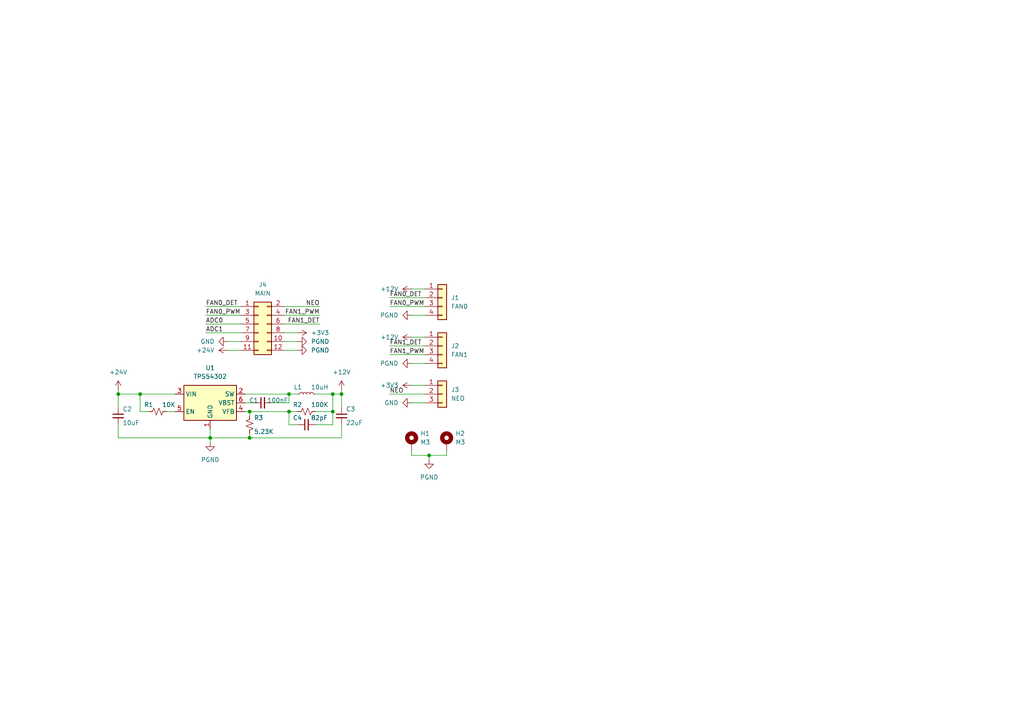
<source format=kicad_sch>
(kicad_sch (version 20231120) (generator "eeschema") (generator_version "8.0")
  (paper "A4")
  (lib_symbols
    (symbol "Connector_Generic:Conn_01x03" (pin_names (offset 1.016) hide)
      (property "Reference" "J" (at 0 5.08 0))
      (property "Value" "Conn_01x03" (at 0 -5.08 0))
      (symbol "Conn_01x03_1_1"
        (rectangle (start -1.27 -2.413) (end 0 -2.667) (stroke (width 0.1524)))
        (rectangle (start -1.27 0.127) (end 0 -0.127) (stroke (width 0.1524)))
        (rectangle (start -1.27 2.667) (end 0 2.413) (stroke (width 0.1524)))
        (rectangle (start -1.27 3.81) (end 1.27 -3.81) (stroke (width 0.254)) (fill (type background)))
        (pin passive line (at -5.08 2.54 0) (length 3.81) (name "Pin_1") (number "1"))
        (pin passive line (at -5.08 0 0) (length 3.81) (name "Pin_2") (number "2"))
        (pin passive line (at -5.08 -2.54 0) (length 3.81) (name "Pin_3") (number "3"))
      )
    )
    (symbol "Connector_Generic:Conn_01x04" (pin_names (offset 1.016) hide)
      (property "Reference" "J" (at 0 5.08 0))
      (property "Value" "Conn_01x04" (at 0 -7.62 0))
      (symbol "Conn_01x04_1_1"
        (rectangle (start -1.27 -4.953) (end 0 -5.207) (stroke (width 0.1524)))
        (rectangle (start -1.27 -2.413) (end 0 -2.667) (stroke (width 0.1524)))
        (rectangle (start -1.27 0.127) (end 0 -0.127) (stroke (width 0.1524)))
        (rectangle (start -1.27 2.667) (end 0 2.413) (stroke (width 0.1524)))
        (rectangle (start -1.27 3.81) (end 1.27 -6.35) (stroke (width 0.254)) (fill (type background)))
        (pin passive line (at -5.08 2.54 0) (length 3.81) (name "Pin_1") (number "1"))
        (pin passive line (at -5.08 0 0) (length 3.81) (name "Pin_2") (number "2"))
        (pin passive line (at -5.08 -2.54 0) (length 3.81) (name "Pin_3") (number "3"))
        (pin passive line (at -5.08 -5.08 0) (length 3.81) (name "Pin_4") (number "4"))
      )
    )
    (symbol "Connector_Generic:Conn_02x06_Odd_Even" (pin_names (offset 1.016) hide)
      (property "Reference" "J" (at 1.27 7.62 0))
      (property "Value" "Conn_02x06_Odd_Even" (at 1.27 -10.16 0))
      (symbol "Conn_02x06_Odd_Even_1_1"
        (rectangle (start -1.27 -7.493) (end 0 -7.747) (stroke (width 0.1524)))
        (rectangle (start -1.27 -4.953) (end 0 -5.207) (stroke (width 0.1524)))
        (rectangle (start -1.27 -2.413) (end 0 -2.667) (stroke (width 0.1524)))
        (rectangle (start -1.27 0.127) (end 0 -0.127) (stroke (width 0.1524)))
        (rectangle (start -1.27 2.667) (end 0 2.413) (stroke (width 0.1524)))
        (rectangle (start -1.27 5.207) (end 0 4.953) (stroke (width 0.1524)))
        (rectangle (start -1.27 6.35) (end 3.81 -8.89) (stroke (width 0.254)) (fill (type background)))
        (rectangle (start 3.81 -7.493) (end 2.54 -7.747) (stroke (width 0.1524)))
        (rectangle (start 3.81 -4.953) (end 2.54 -5.207) (stroke (width 0.1524)))
        (rectangle (start 3.81 -2.413) (end 2.54 -2.667) (stroke (width 0.1524)))
        (rectangle (start 3.81 0.127) (end 2.54 -0.127) (stroke (width 0.1524)))
        (rectangle (start 3.81 2.667) (end 2.54 2.413) (stroke (width 0.1524)))
        (rectangle (start 3.81 5.207) (end 2.54 4.953) (stroke (width 0.1524)))
        (pin passive line (at -5.08 5.08 0) (length 3.81) (name "Pin_1") (number "1"))
        (pin passive line (at 7.62 -5.08 180) (length 3.81) (name "Pin_10") (number "10"))
        (pin passive line (at -5.08 -7.62 0) (length 3.81) (name "Pin_11") (number "11"))
        (pin passive line (at 7.62 -7.62 180) (length 3.81) (name "Pin_12") (number "12"))
        (pin passive line (at 7.62 5.08 180) (length 3.81) (name "Pin_2") (number "2"))
        (pin passive line (at -5.08 2.54 0) (length 3.81) (name "Pin_3") (number "3"))
        (pin passive line (at 7.62 2.54 180) (length 3.81) (name "Pin_4") (number "4"))
        (pin passive line (at -5.08 0 0) (length 3.81) (name "Pin_5") (number "5"))
        (pin passive line (at 7.62 0 180) (length 3.81) (name "Pin_6") (number "6"))
        (pin passive line (at -5.08 -2.54 0) (length 3.81) (name "Pin_7") (number "7"))
        (pin passive line (at 7.62 -2.54 180) (length 3.81) (name "Pin_8") (number "8"))
        (pin passive line (at -5.08 -5.08 0) (length 3.81) (name "Pin_9") (number "9"))
      )
    )
    (symbol "Device:C_Small" (pin_numbers hide) (pin_names (offset 0.254) hide)
      (property "Reference" "C" (at 0.254 1.778 0))
      (property "Value" "C_Small" (at 0.254 -2.032 0))
      (symbol "C_Small_0_1"
        (polyline (pts (xy -1.524 -0.508) (xy 1.524 -0.508)) (stroke (width 0.3302)))
        (polyline (pts (xy -1.524 0.508) (xy 1.524 0.508)) (stroke (width 0.3048)))
      )
      (symbol "C_Small_1_1"
        (pin passive line (at 0 2.54 270) (length 2.032) (name "~") (number "1"))
        (pin passive line (at 0 -2.54 90) (length 2.032) (name "~") (number "2"))
      )
    )
    (symbol "Device:L_Small" (pin_numbers hide) (pin_names (offset 0.254) hide)
      (property "Reference" "L" (at 0.762 1.016 0))
      (property "Value" "L_Small" (at 0.762 -1.016 0))
      (symbol "L_Small_0_1"
        (arc (start 0 -2.032) (mid 0.5058 -1.524) (end 0 -1.016))
        (arc (start 0 -1.016) (mid 0.5058 -0.508) (end 0 0))
        (arc (start 0 0) (mid 0.5058 0.508) (end 0 1.016))
        (arc (start 0 1.016) (mid 0.5058 1.524) (end 0 2.032))
      )
      (symbol "L_Small_1_1"
        (pin passive line (at 0 2.54 270) (length 0.508) (name "~") (number "1"))
        (pin passive line (at 0 -2.54 90) (length 0.508) (name "~") (number "2"))
      )
    )
    (symbol "Device:R_Small_US" (pin_numbers hide) (pin_names (offset 0.254) hide)
      (property "Reference" "R" (at 0.762 0.508 0))
      (property "Value" "R_Small_US" (at 0.762 -1.016 0))
      (symbol "R_Small_US_1_1"
        (polyline (pts (xy 0 0) (xy 1.016 -0.381) (xy 0 -0.762) (xy -1.016 -1.143) (xy 0 -1.524)))
        (polyline (pts (xy 0 1.524) (xy 1.016 1.143) (xy 0 0.762) (xy -1.016 0.381) (xy 0 0)))
        (pin passive line (at 0 2.54 270) (length 1.016) (name "~") (number "1"))
        (pin passive line (at 0 -2.54 90) (length 1.016) (name "~") (number "2"))
      )
    )
    (symbol "Mechanical:MountingHole_Pad" (pin_numbers hide) (pin_names (offset 1.016) hide) (exclude_from_sim yes) (in_bom no)
      (property "Reference" "H" (at 0 6.35 0))
      (property "Value" "MountingHole_Pad" (at 0 4.445 0))
      (symbol "MountingHole_Pad_0_1"
        (circle (center 0 1.27) (radius 1.27) (stroke (width 1.27)))
      )
      (symbol "MountingHole_Pad_1_1"
        (pin input line (at 0 -2.54 90) (length 2.54) (name "1") (number "1"))
      )
    )
    (symbol "Regulator_Switching:TPS565208"
      (property "Reference" "U" (at -7.62 6.35 0))
      (property "Value" "TPS565208" (at -2.54 6.35 0))
      (symbol "TPS565208_0_1"
        (rectangle (start -7.62 5.08) (end 7.62 -5.08) (stroke (width 0.254)) (fill (type background)))
      )
      (symbol "TPS565208_1_1"
        (pin power_in line (at 0 -7.62 90) (length 2.54) (name "GND") (number "1"))
        (pin output line (at 10.16 2.54 180) (length 2.54) (name "SW") (number "2"))
        (pin power_in line (at -10.16 2.54 0) (length 2.54) (name "VIN") (number "3"))
        (pin input line (at 10.16 -2.54 180) (length 2.54) (name "VFB") (number "4"))
        (pin input line (at -10.16 -2.54 0) (length 2.54) (name "EN") (number "5"))
        (pin passive line (at 10.16 0 180) (length 2.54) (name "VBST") (number "6"))
      )
    )
    (symbol "power:+12V" (power) (pin_numbers hide) (pin_names (offset 0) hide)
      (property "Value" "+12V" (at 0 3.556 0))
      (symbol "+12V_0_1"
        (polyline (pts (xy -0.762 1.27) (xy 0 2.54)))
        (polyline (pts (xy 0 0) (xy 0 2.54)))
        (polyline (pts (xy 0 2.54) (xy 0.762 1.27)))
      )
      (symbol "+12V_1_1"
        (pin power_in line (at 0 0 90) (length 0) (name "~") (number "1"))
      )
    )
    (symbol "power:+24V" (power) (pin_numbers hide) (pin_names (offset 0) hide)
      (property "Value" "+24V" (at 0 3.556 0))
      (symbol "+24V_0_1"
        (polyline (pts (xy -0.762 1.27) (xy 0 2.54)))
        (polyline (pts (xy 0 0) (xy 0 2.54)))
        (polyline (pts (xy 0 2.54) (xy 0.762 1.27)))
      )
      (symbol "+24V_1_1"
        (pin power_in line (at 0 0 90) (length 0) (name "~") (number "1"))
      )
    )
    (symbol "power:+3V3" (power) (pin_numbers hide) (pin_names (offset 0) hide)
      (property "Value" "+3V3" (at 0 3.556 0))
      (symbol "+3V3_0_1"
        (polyline (pts (xy -0.762 1.27) (xy 0 2.54)))
        (polyline (pts (xy 0 0) (xy 0 2.54)))
        (polyline (pts (xy 0 2.54) (xy 0.762 1.27)))
      )
      (symbol "+3V3_1_1"
        (pin power_in line (at 0 0 90) (length 0) (name "~") (number "1"))
      )
    )
    (symbol "power:GND" (power) (pin_numbers hide) (pin_names (offset 0) hide)
      (property "Value" "GND" (at 0 -3.81 0))
      (symbol "GND_0_1"
        (polyline (pts (xy 0 0) (xy 0 -1.27) (xy 1.27 -1.27) (xy 0 -2.54) (xy -1.27 -1.27) (xy 0 -1.27)))
      )
      (symbol "GND_1_1"
        (pin power_in line (at 0 0 270) (length 0) (name "~") (number "1"))
      )
    )
  )
  (junction (at 72.39 127))
  (junction (at 99.06 114.3))
  (junction (at 96.52 114.3))
  (junction (at 60.96 127))
  (junction (at 83.82 114.3))
  (junction (at 72.39 119.38))
  (junction (at 124.46 132.08))
  (junction (at 34.29 114.3))
  (junction (at 83.82 119.38))
  (junction (at 40.64 114.3))
  (junction (at 96.52 119.38))
  (wire (pts (xy 34.29 127) (xy 60.96 127)))
  (wire (pts (xy 82.55 96.52) (xy 86.36 96.52)))
  (wire (pts (xy 113.03 102.87) (xy 123.19 102.87)))
  (wire (pts (xy 99.06 114.3) (xy 99.06 118.11)))
  (wire (pts (xy 86.36 101.6) (xy 82.55 101.6)))
  (wire (pts (xy 113.03 88.9) (xy 123.19 88.9)))
  (wire (pts (xy 123.19 111.76) (xy 119.38 111.76)))
  (wire (pts (xy 60.96 127) (xy 60.96 128.27)))
  (wire (pts (xy 123.19 114.3) (xy 113.03 114.3)))
  (wire (pts (xy 119.38 91.44) (xy 123.19 91.44)))
  (wire (pts (xy 72.39 119.38) (xy 72.39 120.65)))
  (wire (pts (xy 72.39 119.38) (xy 83.82 119.38)))
  (wire (pts (xy 119.38 116.84) (xy 123.19 116.84)))
  (wire (pts (xy 59.69 91.44) (xy 69.85 91.44)))
  (wire (pts (xy 99.06 123.19) (xy 99.06 127)))
  (wire (pts (xy 92.71 93.98) (xy 82.55 93.98)))
  (wire (pts (xy 119.38 83.82) (xy 123.19 83.82)))
  (wire (pts (xy 34.29 114.3) (xy 34.29 118.11)))
  (wire (pts (xy 124.46 132.08) (xy 129.54 132.08)))
  (wire (pts (xy 69.85 96.52) (xy 59.69 96.52)))
  (wire (pts (xy 83.82 116.84) (xy 83.82 114.3)))
  (wire (pts (xy 73.66 116.84) (xy 71.12 116.84)))
  (wire (pts (xy 72.39 119.38) (xy 71.12 119.38)))
  (wire (pts (xy 119.38 105.41) (xy 123.19 105.41)))
  (wire (pts (xy 40.64 114.3) (xy 50.8 114.3)))
  (wire (pts (xy 86.36 99.06) (xy 82.55 99.06)))
  (wire (pts (xy 78.74 116.84) (xy 83.82 116.84)))
  (wire (pts (xy 34.29 114.3) (xy 40.64 114.3)))
  (wire (pts (xy 83.82 119.38) (xy 86.36 119.38)))
  (wire (pts (xy 99.06 113.03) (xy 99.06 114.3)))
  (wire (pts (xy 40.64 119.38) (xy 40.64 114.3)))
  (wire (pts (xy 82.55 88.9) (xy 92.71 88.9)))
  (wire (pts (xy 60.96 127) (xy 60.96 124.46)))
  (wire (pts (xy 34.29 123.19) (xy 34.29 127)))
  (wire (pts (xy 92.71 91.44) (xy 82.55 91.44)))
  (wire (pts (xy 91.44 114.3) (xy 96.52 114.3)))
  (wire (pts (xy 119.38 132.08) (xy 124.46 132.08)))
  (wire (pts (xy 66.04 101.6) (xy 69.85 101.6)))
  (wire (pts (xy 96.52 114.3) (xy 96.52 119.38)))
  (wire (pts (xy 124.46 132.08) (xy 124.46 133.35)))
  (wire (pts (xy 91.44 119.38) (xy 96.52 119.38)))
  (wire (pts (xy 96.52 123.19) (xy 96.52 119.38)))
  (wire (pts (xy 83.82 123.19) (xy 83.82 119.38)))
  (wire (pts (xy 123.19 86.36) (xy 113.03 86.36)))
  (wire (pts (xy 60.96 127) (xy 72.39 127)))
  (wire (pts (xy 59.69 93.98) (xy 69.85 93.98)))
  (wire (pts (xy 86.36 123.19) (xy 83.82 123.19)))
  (wire (pts (xy 69.85 88.9) (xy 59.69 88.9)))
  (wire (pts (xy 96.52 114.3) (xy 99.06 114.3)))
  (wire (pts (xy 34.29 113.03) (xy 34.29 114.3)))
  (wire (pts (xy 113.03 100.33) (xy 123.19 100.33)))
  (wire (pts (xy 71.12 114.3) (xy 83.82 114.3)))
  (wire (pts (xy 43.18 119.38) (xy 40.64 119.38)))
  (wire (pts (xy 91.44 123.19) (xy 96.52 123.19)))
  (wire (pts (xy 119.38 132.08) (xy 119.38 130.81)))
  (wire (pts (xy 66.04 99.06) (xy 69.85 99.06)))
  (wire (pts (xy 83.82 114.3) (xy 86.36 114.3)))
  (wire (pts (xy 99.06 127) (xy 72.39 127)))
  (wire (pts (xy 48.26 119.38) (xy 50.8 119.38)))
  (wire (pts (xy 119.38 97.79) (xy 123.19 97.79)))
  (wire (pts (xy 72.39 125.73) (xy 72.39 127)))
  (wire (pts (xy 129.54 132.08) (xy 129.54 130.81)))
  (label "ADC0" (at 59.69 93.98 0))
  (label "FAN1_PWM" (at 92.71 91.44 180))
  (label "FAN1_DET" (at 113.03 100.33 0))
  (label "FAN0_PWM" (at 113.03 88.9 0))
  (label "FAN0_PWM" (at 59.69 91.44 0))
  (label "NEO" (at 92.71 88.9 180))
  (label "FAN1_PWM" (at 113.03 102.87 0))
  (label "FAN1_DET" (at 92.71 93.98 180))
  (label "FAN0_DET" (at 113.03 86.36 0))
  (label "NEO" (at 113.03 114.3 0))
  (label "FAN0_DET" (at 59.69 88.9 0))
  (label "ADC1" (at 59.69 96.52 0))
  (symbol (lib_id "Mechanical:MountingHole_Pad") (at 129.54 128.27 0) (unit 1) (exclude_from_sim yes) (in_bom no)
    (property "Reference" "H2" (at 132.08 125.7299 0) (effects (justify left)))
    (property "Value" "M3" (at 132.08 128.2699 0) (effects (justify left)))
    (property "Footprint" "MountingHole:MountingHole_3.2mm_M3_ISO14580_Pad" (effects (hide yes)))
    (property "Description" "Mounting Hole with connection" (effects (hide yes)))
  )
  (symbol (lib_id "power:+12V") (at 99.06 113.03 0) (unit 1)
    (property "Reference" "#PWR012" (effects (hide yes)))
    (property "Value" "+12V" (at 99.06 107.95 0))
    (property "Description" "Power symbol creates a global label with name \"+12V\"" (effects (hide yes)))
  )
  (symbol (lib_id "power:+12V") (at 119.38 97.79 90) (unit 1)
    (property "Reference" "#PWR014" (effects (hide yes)))
    (property "Value" "+12V" (at 115.57 97.7899 90) (effects (justify left)))
    (property "Description" "Power symbol creates a global label with name \"+12V\"" (effects (hide yes)))
  )
  (symbol (lib_id "Device:C_Small") (at 99.06 120.65 0) (unit 1)
    (property "Reference" "C3" (at 100.33 119.38 0) (effects (justify left bottom)))
    (property "Value" "22uF" (at 100.33 121.92 0) (effects (justify left top)))
    (property "Footprint" "Capacitor_SMD:C_0805_2012Metric" (effects (hide yes)))
  )
  (symbol (lib_id "power:+3V3") (at 119.38 111.76 90) (unit 1)
    (property "Reference" "#PWR09" (effects (hide yes)))
    (property "Value" "+3V3" (at 115.57 111.7599 90) (effects (justify left)))
    (property "Description" "Power symbol creates a global label with name \"+3V3\"" (effects (hide yes)))
  )
  (symbol (lib_id "Device:C_Small") (at 76.2 116.84 90) (unit 1)
    (property "Reference" "C1" (at 74.93 116.84 90) (effects (justify left top)))
    (property "Value" "100nF" (at 77.47 116.84 90) (effects (justify right top)))
    (property "Footprint" "Capacitor_SMD:C_0603_1608Metric" (effects (hide yes)))
  )
  (symbol (lib_id "Mechanical:MountingHole_Pad") (at 119.38 128.27 0) (unit 1) (exclude_from_sim yes) (in_bom no)
    (property "Reference" "H1" (at 121.92 125.7299 0) (effects (justify left)))
    (property "Value" "M3" (at 121.92 128.2699 0) (effects (justify left)))
    (property "Footprint" "MountingHole:MountingHole_3.2mm_M3_ISO14580_Pad" (effects (hide yes)))
    (property "Description" "Mounting Hole with connection" (effects (hide yes)))
  )
  (symbol (lib_id "power:GND") (at 119.38 91.44 270) (mirror x) (unit 1)
    (property "Reference" "#PWR06" (effects (hide yes)))
    (property "Value" "PGND" (at 115.57 91.4399 90) (effects (justify right)))
    (property "Description" "Power symbol creates a global label with name \"GND\" , ground" (effects (hide yes)))
  )
  (symbol (lib_id "power:GND") (at 86.36 101.6 90) (mirror x) (unit 1)
    (property "Reference" "#PWR05" (effects (hide yes)))
    (property "Value" "PGND" (at 90.17 101.5999 90) (effects (justify right)))
    (property "Description" "Power symbol creates a global label with name \"GND\" , ground" (effects (hide yes)))
  )
  (symbol (lib_id "power:GND") (at 124.46 133.35 0) (mirror y) (unit 1)
    (property "Reference" "#PWR015" (effects (hide yes)))
    (property "Value" "PGND" (at 124.46 138.43 0))
    (property "Description" "Power symbol creates a global label with name \"GND\" , ground" (effects (hide yes)))
  )
  (symbol (lib_id "power:GND") (at 119.38 105.41 270) (mirror x) (unit 1)
    (property "Reference" "#PWR07" (effects (hide yes)))
    (property "Value" "PGND" (at 115.57 105.4099 90) (effects (justify right)))
    (property "Description" "Power symbol creates a global label with name \"GND\" , ground" (effects (hide yes)))
  )
  (symbol (lib_id "Device:R_Small_US") (at 88.9 119.38 90) (unit 1)
    (property "Reference" "R2" (at 87.63 118.11 90) (effects (justify left top)))
    (property "Value" "100K" (at 90.17 118.11 90) (effects (justify right top)))
    (property "Footprint" "Resistor_SMD:R_0603_1608Metric" (effects (hide yes)))
  )
  (symbol (lib_id "Connector_Generic:Conn_01x04") (at 128.27 86.36 0) (unit 1)
    (property "Reference" "J1" (at 130.81 86.3599 0) (effects (justify left)))
    (property "Value" "FAN0" (at 130.81 88.8999 0) (effects (justify left)))
    (property "Footprint" "Library:JST_PH_B4B-PH-K_1x04_P2.00mm_SMD" (effects (hide yes)))
    (property "Description" "Generic connector, single row, 01x04, script generated (kicad-library-utils/schlib/autogen/connector/)" (effects (hide yes)))
  )
  (symbol (lib_id "power:GND") (at 60.96 128.27 0) (unit 1)
    (property "Reference" "#PWR011" (effects (hide yes)))
    (property "Value" "PGND" (at 60.96 133.35 0))
    (property "Description" "Power symbol creates a global label with name \"GND\" , ground" (effects (hide yes)))
  )
  (symbol (lib_id "Device:C_Small") (at 34.29 120.65 0) (unit 1)
    (property "Reference" "C2" (at 35.56 119.38 0) (effects (justify left bottom)))
    (property "Value" "10uF" (at 35.56 121.92 0) (effects (justify left top)))
    (property "Footprint" "Capacitor_SMD:C_0805_2012Metric" (effects (hide yes)))
  )
  (symbol (lib_id "Device:R_Small_US") (at 72.39 123.19 0) (mirror y) (unit 1)
    (property "Reference" "R3" (at 73.66 121.92 0) (effects (justify right bottom)))
    (property "Value" "5.23K" (at 73.66 124.46 0) (effects (justify right top)))
    (property "Footprint" "Resistor_SMD:R_0603_1608Metric" (effects (hide yes)))
  )
  (symbol (lib_id "Connector_Generic:Conn_01x04") (at 128.27 100.33 0) (unit 1)
    (property "Reference" "J2" (at 130.81 100.3299 0) (effects (justify left)))
    (property "Value" "FAN1" (at 130.81 102.8699 0) (effects (justify left)))
    (property "Footprint" "Library:JST_PH_B4B-PH-K_1x04_P2.00mm_SMD" (effects (hide yes)))
    (property "Description" "Generic connector, single row, 01x04, script generated (kicad-library-utils/schlib/autogen/connector/)" (effects (hide yes)))
  )
  (symbol (lib_id "power:+12V") (at 119.38 83.82 90) (unit 1)
    (property "Reference" "#PWR013" (effects (hide yes)))
    (property "Value" "+12V" (at 115.57 83.8199 90) (effects (justify left)))
    (property "Description" "Power symbol creates a global label with name \"+12V\"" (effects (hide yes)))
  )
  (symbol (lib_id "power:+24V") (at 34.29 113.03 0) (unit 1)
    (property "Reference" "#PWR010" (effects (hide yes)))
    (property "Value" "+24V" (at 34.29 107.95 0))
    (property "Description" "Power symbol creates a global label with name \"+24V\"" (effects (hide yes)))
  )
  (symbol (lib_id "power:+3V3") (at 86.36 96.52 270) (mirror x) (unit 1)
    (property "Reference" "#PWR01" (effects (hide yes)))
    (property "Value" "+3V3" (at 90.17 96.5199 90) (effects (justify left)))
    (property "Description" "Power symbol creates a global label with name \"+3V3\"" (effects (hide yes)))
  )
  (symbol (lib_id "power:+24V") (at 66.04 101.6 90) (mirror x) (unit 1)
    (property "Reference" "#PWR04" (effects (hide yes)))
    (property "Value" "+24V" (at 62.23 101.6001 90) (effects (justify left)))
    (property "Description" "Power symbol creates a global label with name \"+24V\"" (effects (hide yes)))
  )
  (symbol (lib_id "Device:L_Small") (at 88.9 114.3 90) (unit 1)
    (property "Reference" "L1" (at 87.63 113.03 90) (effects (justify left top)))
    (property "Value" "10uH" (at 90.17 113.03 90) (effects (justify right top)))
    (property "Footprint" "Inductor_SMD:L_Sunlord_SWPA4030S" (effects (hide yes)))
  )
  (symbol (lib_id "Device:C_Small") (at 88.9 123.19 90) (unit 1)
    (property "Reference" "C4" (at 87.63 121.92 90) (effects (justify left top)))
    (property "Value" "82pF" (at 90.17 121.92 90) (effects (justify right top)))
    (property "Footprint" "Capacitor_SMD:C_0603_1608Metric" (effects (hide yes)))
  )
  (symbol (lib_id "Connector_Generic:Conn_02x06_Odd_Even") (at 74.93 93.98 0) (unit 1)
    (property "Reference" "J4" (at 76.2 82.55 0))
    (property "Value" "MAIN" (at 76.2 85.09 0))
    (property "Footprint" "Library:PinSocket_2x06_P2.00mm_Vertical_SMD" (effects (hide yes)))
    (property "Description" "Generic connector, double row, 02x06, odd/even pin numbering scheme (row 1 odd numbers, row 2 even numbers), script generated (kicad-library-utils/schlib/autogen/connector/)" (effects (hide yes)))
  )
  (symbol (lib_id "power:GND") (at 66.04 99.06 270) (mirror x) (unit 1)
    (property "Reference" "#PWR02" (effects (hide yes)))
    (property "Value" "GND" (at 62.23 99.0601 90) (effects (justify right)))
    (property "Description" "Power symbol creates a global label with name \"GND\" , ground" (effects (hide yes)))
  )
  (symbol (lib_id "power:GND") (at 119.38 116.84 270) (mirror x) (unit 1)
    (property "Reference" "#PWR08" (effects (hide yes)))
    (property "Value" "GND" (at 115.57 116.8401 90) (effects (justify right)))
    (property "Description" "Power symbol creates a global label with name \"GND\" , ground" (effects (hide yes)))
  )
  (symbol (lib_id "Connector_Generic:Conn_01x03") (at 128.27 114.3 0) (unit 1)
    (property "Reference" "J3" (at 130.81 113.0299 0) (effects (justify left)))
    (property "Value" "NEO" (at 130.81 115.5699 0) (effects (justify left)))
    (property "Footprint" "Library:JST_PH_B3B-PH-K_1x03_P2.00mm_SMD" (effects (hide yes)))
    (property "Description" "Generic connector, single row, 01x03, script generated (kicad-library-utils/schlib/autogen/connector/)" (effects (hide yes)))
  )
  (symbol (lib_id "Regulator_Switching:TPS565208") (at 60.96 116.84 0) (unit 1)
    (property "Reference" "U1" (at 60.96 106.68 0))
    (property "Value" "TPS54302" (at 60.96 109.22 0))
    (property "Footprint" "Package_TO_SOT_SMD:SOT-23-6" (effects (hide yes)))
    (property "Datasheet" "http://www.ti.com/lit/ds/symlink/tps54302.pdf" (effects (hide yes)))
  )
  (symbol (lib_id "power:GND") (at 86.36 99.06 90) (mirror x) (unit 1)
    (property "Reference" "#PWR03" (effects (hide yes)))
    (property "Value" "PGND" (at 90.17 99.0599 90) (effects (justify right)))
    (property "Description" "Power symbol creates a global label with name \"GND\" , ground" (effects (hide yes)))
  )
  (symbol (lib_id "Device:R_Small_US") (at 45.72 119.38 90) (unit 1)
    (property "Reference" "R1" (at 44.45 118.11 90) (effects (justify left top)))
    (property "Value" "10K" (at 46.99 118.11 90) (effects (justify right top)))
    (property "Footprint" "Resistor_SMD:R_0603_1608Metric" (effects (hide yes)))
  )
)
</source>
